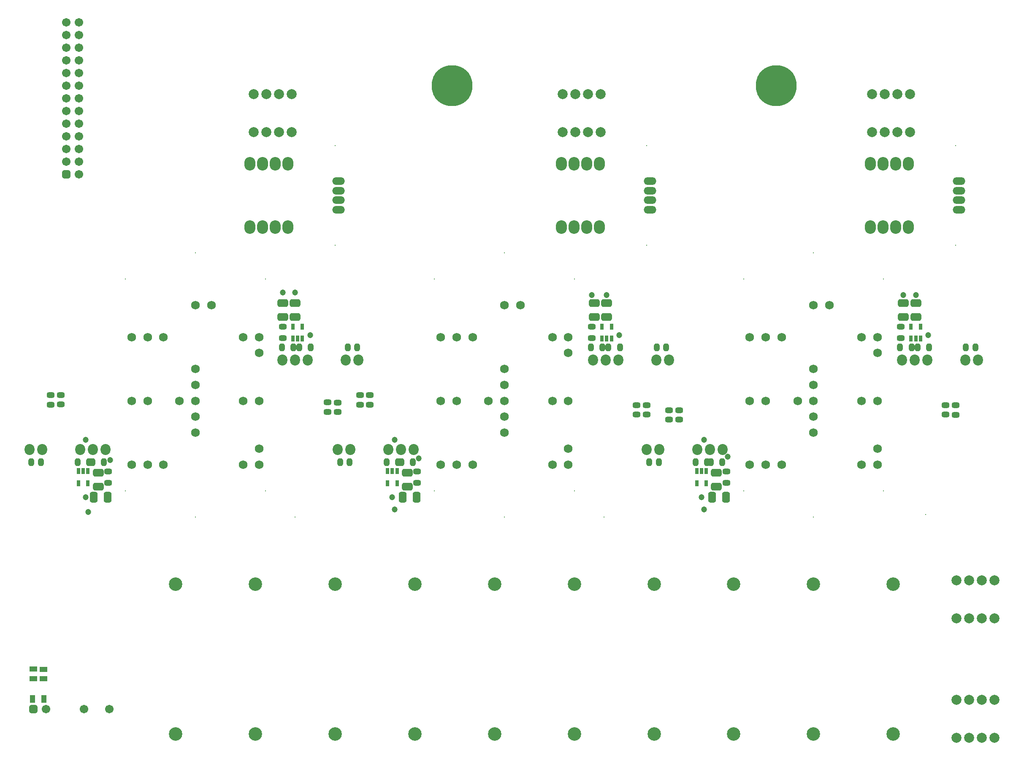
<source format=gbs>
G04*
G04 #@! TF.GenerationSoftware,Altium Limited,Altium Designer,24.1.2 (44)*
G04*
G04 Layer_Color=16711935*
%FSLAX44Y44*%
%MOMM*%
G71*
G04*
G04 #@! TF.SameCoordinates,EA408207-59E2-4098-9191-06C3FFB46F14*
G04*
G04*
G04 #@! TF.FilePolarity,Negative*
G04*
G01*
G75*
%ADD45C,1.2032*%
%ADD46R,1.1032X1.5032*%
G04:AMPARAMS|DCode=50|XSize=2.1532mm|YSize=1.6032mm|CornerRadius=0.4516mm|HoleSize=0mm|Usage=FLASHONLY|Rotation=0.000|XOffset=0mm|YOffset=0mm|HoleType=Round|Shape=RoundedRectangle|*
%AMROUNDEDRECTD50*
21,1,2.1532,0.7000,0,0,0.0*
21,1,1.2500,1.6032,0,0,0.0*
1,1,0.9032,0.6250,-0.3500*
1,1,0.9032,-0.6250,-0.3500*
1,1,0.9032,-0.6250,0.3500*
1,1,0.9032,0.6250,0.3500*
%
%ADD50ROUNDEDRECTD50*%
G04:AMPARAMS|DCode=54|XSize=2.1532mm|YSize=1.6032mm|CornerRadius=0.4516mm|HoleSize=0mm|Usage=FLASHONLY|Rotation=90.000|XOffset=0mm|YOffset=0mm|HoleType=Round|Shape=RoundedRectangle|*
%AMROUNDEDRECTD54*
21,1,2.1532,0.7000,0,0,90.0*
21,1,1.2500,1.6032,0,0,90.0*
1,1,0.9032,0.3500,0.6250*
1,1,0.9032,0.3500,-0.6250*
1,1,0.9032,-0.3500,-0.6250*
1,1,0.9032,-0.3500,0.6250*
%
%ADD54ROUNDEDRECTD54*%
G04:AMPARAMS|DCode=55|XSize=1.1032mm|YSize=1.5032mm|CornerRadius=0.3266mm|HoleSize=0mm|Usage=FLASHONLY|Rotation=180.000|XOffset=0mm|YOffset=0mm|HoleType=Round|Shape=RoundedRectangle|*
%AMROUNDEDRECTD55*
21,1,1.1032,0.8500,0,0,180.0*
21,1,0.4500,1.5032,0,0,180.0*
1,1,0.6532,-0.2250,0.4250*
1,1,0.6532,0.2250,0.4250*
1,1,0.6532,0.2250,-0.4250*
1,1,0.6532,-0.2250,-0.4250*
%
%ADD55ROUNDEDRECTD55*%
G04:AMPARAMS|DCode=56|XSize=1.1032mm|YSize=1.5032mm|CornerRadius=0.3266mm|HoleSize=0mm|Usage=FLASHONLY|Rotation=270.000|XOffset=0mm|YOffset=0mm|HoleType=Round|Shape=RoundedRectangle|*
%AMROUNDEDRECTD56*
21,1,1.1032,0.8500,0,0,270.0*
21,1,0.4500,1.5032,0,0,270.0*
1,1,0.6532,-0.4250,-0.2250*
1,1,0.6532,-0.4250,0.2250*
1,1,0.6532,0.4250,0.2250*
1,1,0.6532,0.4250,-0.2250*
%
%ADD56ROUNDEDRECTD56*%
%ADD59R,1.5032X1.1032*%
%ADD69C,8.2032*%
%ADD70C,1.7272*%
%ADD71C,0.2032*%
%ADD72O,2.5032X1.5032*%
%ADD73O,2.2032X2.7032*%
%ADD74C,2.7032*%
%ADD75O,2.0032X2.2032*%
%ADD76C,1.7032*%
G04:AMPARAMS|DCode=77|XSize=1.7032mm|YSize=1.7032mm|CornerRadius=0.4766mm|HoleSize=0mm|Usage=FLASHONLY|Rotation=90.000|XOffset=0mm|YOffset=0mm|HoleType=Round|Shape=RoundedRectangle|*
%AMROUNDEDRECTD77*
21,1,1.7032,0.7500,0,0,90.0*
21,1,0.7500,1.7032,0,0,90.0*
1,1,0.9532,0.3750,0.3750*
1,1,0.9532,0.3750,-0.3750*
1,1,0.9532,-0.3750,-0.3750*
1,1,0.9532,-0.3750,0.3750*
%
%ADD77ROUNDEDRECTD77*%
%ADD78C,2.0032*%
G04:AMPARAMS|DCode=79|XSize=1.7032mm|YSize=1.7032mm|CornerRadius=0.4766mm|HoleSize=0mm|Usage=FLASHONLY|Rotation=0.000|XOffset=0mm|YOffset=0mm|HoleType=Round|Shape=RoundedRectangle|*
%AMROUNDEDRECTD79*
21,1,1.7032,0.7500,0,0,0.0*
21,1,0.7500,1.7032,0,0,0.0*
1,1,0.9532,0.3750,-0.3750*
1,1,0.9532,-0.3750,-0.3750*
1,1,0.9532,-0.3750,0.3750*
1,1,0.9532,0.3750,0.3750*
%
%ADD79ROUNDEDRECTD79*%
%ADD80C,0.9032*%
G04:AMPARAMS|DCode=97|XSize=0.7516mm|YSize=1.2016mm|CornerRadius=0.2133mm|HoleSize=0mm|Usage=FLASHONLY|Rotation=0.000|XOffset=0mm|YOffset=0mm|HoleType=Round|Shape=RoundedRectangle|*
%AMROUNDEDRECTD97*
21,1,0.7516,0.7750,0,0,0.0*
21,1,0.3250,1.2016,0,0,0.0*
1,1,0.4266,0.1625,-0.3875*
1,1,0.4266,-0.1625,-0.3875*
1,1,0.4266,-0.1625,0.3875*
1,1,0.4266,0.1625,0.3875*
%
%ADD97ROUNDEDRECTD97*%
D45*
X595000Y850000D02*
D03*
X193758Y599309D02*
D03*
X760000Y525000D02*
D03*
X812801Y602253D02*
D03*
X1385000Y640000D02*
D03*
X145000Y525000D02*
D03*
Y640000D02*
D03*
X1432901Y605678D02*
D03*
X1380000Y525000D02*
D03*
X765000Y640000D02*
D03*
X150000Y495000D02*
D03*
X1215000Y850000D02*
D03*
X1835000D02*
D03*
X1385000Y500000D02*
D03*
X765000D02*
D03*
X1810000Y930000D02*
D03*
X1190000D02*
D03*
X565000Y935000D02*
D03*
X1160000Y930000D02*
D03*
X540000Y935000D02*
D03*
X1785000Y930000D02*
D03*
D46*
X61500Y120000D02*
D03*
X38500D02*
D03*
D50*
X170000Y574000D02*
D03*
Y546000D02*
D03*
X790000Y574000D02*
D03*
Y546000D02*
D03*
X1410000Y574000D02*
D03*
Y546000D02*
D03*
X1810000Y886000D02*
D03*
Y914000D02*
D03*
X1785000D02*
D03*
Y886000D02*
D03*
X565000Y914000D02*
D03*
Y886000D02*
D03*
X1190000Y914000D02*
D03*
Y886000D02*
D03*
X1165000D02*
D03*
Y914000D02*
D03*
X540000Y886000D02*
D03*
Y914000D02*
D03*
D54*
X189000Y525000D02*
D03*
X161000D02*
D03*
X1429000D02*
D03*
X1401000D02*
D03*
X809000D02*
D03*
X781000D02*
D03*
D55*
X689500Y825000D02*
D03*
X670500D02*
D03*
X674500Y595000D02*
D03*
X655500D02*
D03*
X1929500Y825000D02*
D03*
X1910500D02*
D03*
X1294500Y595000D02*
D03*
X1275500D02*
D03*
X771500D02*
D03*
X748500D02*
D03*
X1391500D02*
D03*
X1368500D02*
D03*
X1309500Y825000D02*
D03*
X1290500D02*
D03*
X778500Y595000D02*
D03*
X801500D02*
D03*
X158500D02*
D03*
X181500D02*
D03*
X55000D02*
D03*
X36000D02*
D03*
X1193500Y825000D02*
D03*
X1216500D02*
D03*
X596500D02*
D03*
X573500D02*
D03*
X561500D02*
D03*
X538500D02*
D03*
X1181500D02*
D03*
X1158500D02*
D03*
X1801500D02*
D03*
X1778500D02*
D03*
X1836500D02*
D03*
X1813500D02*
D03*
X1398500Y595000D02*
D03*
X1421500D02*
D03*
X128500D02*
D03*
X151500D02*
D03*
D56*
X1870000Y709500D02*
D03*
Y690500D02*
D03*
X650000Y714500D02*
D03*
Y695500D02*
D03*
X715000Y710500D02*
D03*
Y729500D02*
D03*
X695000Y710500D02*
D03*
Y729500D02*
D03*
X1335000Y680500D02*
D03*
Y699500D02*
D03*
X1315000Y680500D02*
D03*
Y699500D02*
D03*
X630000Y715000D02*
D03*
Y696000D02*
D03*
X1270000Y709500D02*
D03*
Y690500D02*
D03*
X1250000Y709500D02*
D03*
Y690500D02*
D03*
X1890000Y709000D02*
D03*
Y690000D02*
D03*
X1780000Y866500D02*
D03*
Y843500D02*
D03*
X1160000Y866500D02*
D03*
Y843500D02*
D03*
X540000Y866500D02*
D03*
Y843500D02*
D03*
X1430000Y553500D02*
D03*
Y576500D02*
D03*
X810000Y553500D02*
D03*
Y576500D02*
D03*
X190000Y553500D02*
D03*
Y576500D02*
D03*
X95000Y711000D02*
D03*
Y730000D02*
D03*
X75000Y710500D02*
D03*
Y729500D02*
D03*
D59*
X60000Y160500D02*
D03*
Y179500D02*
D03*
X40000Y161000D02*
D03*
Y180000D02*
D03*
D69*
X1530000Y1350000D02*
D03*
X880000D02*
D03*
D70*
X1637000Y910000D02*
D03*
X1605000D02*
D03*
X1477000Y846000D02*
D03*
Y718000D02*
D03*
X1541000Y590000D02*
D03*
X1605000Y782000D02*
D03*
Y718000D02*
D03*
Y686000D02*
D03*
Y654000D02*
D03*
Y750000D02*
D03*
X1573000Y718000D02*
D03*
X1701000Y846000D02*
D03*
Y590000D02*
D03*
Y718000D02*
D03*
X1509000D02*
D03*
X1541000Y846000D02*
D03*
X1509000D02*
D03*
X1477000Y590000D02*
D03*
X1509000D02*
D03*
X1733000Y718000D02*
D03*
Y590000D02*
D03*
Y622000D02*
D03*
Y814000D02*
D03*
Y846000D02*
D03*
X1017000Y910000D02*
D03*
X985000D02*
D03*
X857000Y846000D02*
D03*
Y718000D02*
D03*
X921000Y590000D02*
D03*
X985000Y782000D02*
D03*
Y718000D02*
D03*
Y686000D02*
D03*
Y654000D02*
D03*
Y750000D02*
D03*
X953000Y718000D02*
D03*
X1081000Y846000D02*
D03*
Y590000D02*
D03*
Y718000D02*
D03*
X889000D02*
D03*
X921000Y846000D02*
D03*
X889000D02*
D03*
X857000Y590000D02*
D03*
X889000D02*
D03*
X1113000Y718000D02*
D03*
Y590000D02*
D03*
Y622000D02*
D03*
Y814000D02*
D03*
Y846000D02*
D03*
X397000Y910000D02*
D03*
X365000D02*
D03*
X237000Y846000D02*
D03*
Y718000D02*
D03*
X301000Y590000D02*
D03*
X365000Y782000D02*
D03*
Y718000D02*
D03*
Y686000D02*
D03*
Y654000D02*
D03*
Y750000D02*
D03*
X333000Y718000D02*
D03*
X461000Y846000D02*
D03*
Y590000D02*
D03*
Y718000D02*
D03*
X269000D02*
D03*
X301000Y846000D02*
D03*
X269000D02*
D03*
X237000Y590000D02*
D03*
X269000D02*
D03*
X493000Y718000D02*
D03*
Y590000D02*
D03*
Y622000D02*
D03*
Y814000D02*
D03*
Y846000D02*
D03*
D71*
X1605000Y1015000D02*
D03*
Y485000D02*
D03*
X1745500Y537500D02*
D03*
X1464500D02*
D03*
X1745500Y962500D02*
D03*
X1464500D02*
D03*
X985000Y1015000D02*
D03*
Y485000D02*
D03*
X1125500Y537500D02*
D03*
X844500D02*
D03*
X1125500Y962500D02*
D03*
X844500D02*
D03*
X365000Y1015000D02*
D03*
Y485000D02*
D03*
X505500Y537500D02*
D03*
X224500D02*
D03*
X505500Y962500D02*
D03*
X224500D02*
D03*
X1830000Y490000D02*
D03*
X1185000Y485000D02*
D03*
X565000Y485000D02*
D03*
X645000Y1230000D02*
D03*
Y1030000D02*
D03*
X1890000D02*
D03*
Y1230000D02*
D03*
X1270000Y1030000D02*
D03*
Y1230000D02*
D03*
D72*
X652000Y1158570D02*
D03*
Y1139520D02*
D03*
Y1120475D02*
D03*
Y1101430D02*
D03*
X1897000D02*
D03*
Y1120475D02*
D03*
Y1158570D02*
D03*
Y1139520D02*
D03*
X1277000Y1101430D02*
D03*
Y1120475D02*
D03*
Y1158570D02*
D03*
Y1139520D02*
D03*
D73*
X550400Y1193500D02*
D03*
Y1066500D02*
D03*
X525000Y1193500D02*
D03*
X499600D02*
D03*
X474200D02*
D03*
X499600Y1066500D02*
D03*
X525000D02*
D03*
X474200D02*
D03*
X1770000Y1193500D02*
D03*
Y1066500D02*
D03*
X1795400D02*
D03*
Y1193500D02*
D03*
X1719200D02*
D03*
Y1066500D02*
D03*
X1744600D02*
D03*
Y1193500D02*
D03*
X1150000D02*
D03*
Y1066500D02*
D03*
X1175400D02*
D03*
Y1193500D02*
D03*
X1099200D02*
D03*
Y1066500D02*
D03*
X1124600D02*
D03*
Y1193500D02*
D03*
D74*
X965000Y350000D02*
D03*
Y50000D02*
D03*
X805000Y350000D02*
D03*
Y50000D02*
D03*
X1765000D02*
D03*
Y350000D02*
D03*
X1605000Y50000D02*
D03*
Y350000D02*
D03*
X1445000Y50000D02*
D03*
Y350000D02*
D03*
X1285000Y50000D02*
D03*
Y350000D02*
D03*
X1125000Y50000D02*
D03*
Y350000D02*
D03*
X645000Y50000D02*
D03*
Y350000D02*
D03*
X485000Y50000D02*
D03*
Y350000D02*
D03*
X325000Y50000D02*
D03*
Y350000D02*
D03*
D75*
X692000Y800000D02*
D03*
X666600D02*
D03*
X590400D02*
D03*
X565000D02*
D03*
X539600D02*
D03*
X1782600D02*
D03*
X1808000D02*
D03*
X1833400D02*
D03*
X1909600D02*
D03*
X1935000D02*
D03*
X1315400D02*
D03*
X1290000D02*
D03*
X1213800D02*
D03*
X1188400D02*
D03*
X1163000D02*
D03*
X184400Y620000D02*
D03*
X159000D02*
D03*
X133600D02*
D03*
X57400D02*
D03*
X32000D02*
D03*
X1270000D02*
D03*
X1295400D02*
D03*
X1371600D02*
D03*
X1397000D02*
D03*
X1422400D02*
D03*
X802400D02*
D03*
X777000D02*
D03*
X751600D02*
D03*
X675400D02*
D03*
X650000D02*
D03*
D76*
X131500Y1426600D02*
D03*
X106100D02*
D03*
X131500Y1375800D02*
D03*
Y1350400D02*
D03*
X106100Y1375800D02*
D03*
Y1350400D02*
D03*
X131500Y1325000D02*
D03*
X106100D02*
D03*
X131500Y1299600D02*
D03*
X106100D02*
D03*
X131500Y1248800D02*
D03*
X106100D02*
D03*
X131500Y1223400D02*
D03*
X106100D02*
D03*
X131500Y1172600D02*
D03*
X106100Y1198000D02*
D03*
X131500D02*
D03*
X106100Y1274200D02*
D03*
X131500D02*
D03*
X106100Y1401200D02*
D03*
X131500D02*
D03*
X106100Y1452000D02*
D03*
Y1477400D02*
D03*
X131500Y1452000D02*
D03*
Y1477400D02*
D03*
X192400Y100000D02*
D03*
X141600D02*
D03*
X65400D02*
D03*
D77*
X106100Y1172600D02*
D03*
D78*
X1891900Y118100D02*
D03*
X1968100D02*
D03*
X1942700Y41900D02*
D03*
X1917300D02*
D03*
X1891900D02*
D03*
X1968100D02*
D03*
X1917300Y118100D02*
D03*
X1942700D02*
D03*
X1891900Y358100D02*
D03*
X1968100D02*
D03*
X1942700Y281900D02*
D03*
X1917300D02*
D03*
X1891900D02*
D03*
X1968100D02*
D03*
X1917300Y358100D02*
D03*
X1942700D02*
D03*
X507300Y1333100D02*
D03*
X532700D02*
D03*
X481900Y1256900D02*
D03*
X558100D02*
D03*
X532700D02*
D03*
X507300D02*
D03*
X481900Y1333100D02*
D03*
X558100D02*
D03*
X1798100D02*
D03*
X1721900D02*
D03*
X1747300Y1256900D02*
D03*
X1772700D02*
D03*
X1798100D02*
D03*
X1721900D02*
D03*
X1772700Y1333100D02*
D03*
X1747300D02*
D03*
X1178100D02*
D03*
X1101900D02*
D03*
X1127300Y1256900D02*
D03*
X1152700D02*
D03*
X1178100D02*
D03*
X1101900D02*
D03*
X1152700Y1333100D02*
D03*
X1127300D02*
D03*
D79*
X40000Y100000D02*
D03*
D80*
X1530000Y1377500D02*
D03*
X1550000Y1370000D02*
D03*
X1557500Y1350000D02*
D03*
X1550000Y1330000D02*
D03*
X1530000Y1322500D02*
D03*
X1510000Y1330000D02*
D03*
X1502500Y1350000D02*
D03*
X1510000Y1370000D02*
D03*
X880000Y1377500D02*
D03*
X900000Y1370000D02*
D03*
X907500Y1350000D02*
D03*
X900000Y1330000D02*
D03*
X880000Y1322500D02*
D03*
X860000Y1330000D02*
D03*
X852500Y1350000D02*
D03*
X860000Y1370000D02*
D03*
D97*
X1819500Y867000D02*
D03*
X1800500D02*
D03*
Y843000D02*
D03*
X1810000D02*
D03*
X1819500D02*
D03*
X1199500Y867000D02*
D03*
X1180500D02*
D03*
Y843000D02*
D03*
X1190000D02*
D03*
X1199500D02*
D03*
X579500Y867000D02*
D03*
X560500D02*
D03*
Y843000D02*
D03*
X570000D02*
D03*
X579500D02*
D03*
X1370500Y553000D02*
D03*
X1389500D02*
D03*
Y577000D02*
D03*
X1380000D02*
D03*
X1370500D02*
D03*
X750500Y553000D02*
D03*
X769500D02*
D03*
Y577000D02*
D03*
X760000D02*
D03*
X750500D02*
D03*
X130500Y553000D02*
D03*
X149500D02*
D03*
Y577000D02*
D03*
X140000D02*
D03*
X130500D02*
D03*
M02*

</source>
